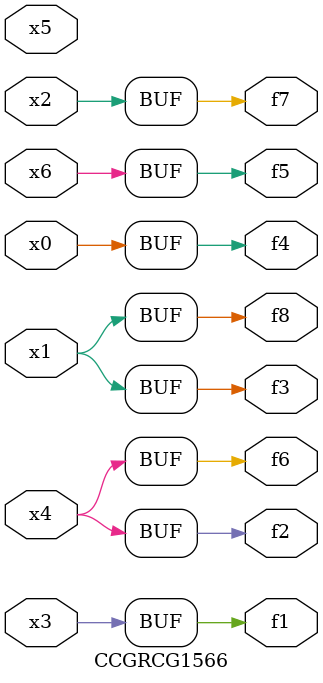
<source format=v>
module CCGRCG1566(
	input x0, x1, x2, x3, x4, x5, x6,
	output f1, f2, f3, f4, f5, f6, f7, f8
);
	assign f1 = x3;
	assign f2 = x4;
	assign f3 = x1;
	assign f4 = x0;
	assign f5 = x6;
	assign f6 = x4;
	assign f7 = x2;
	assign f8 = x1;
endmodule

</source>
